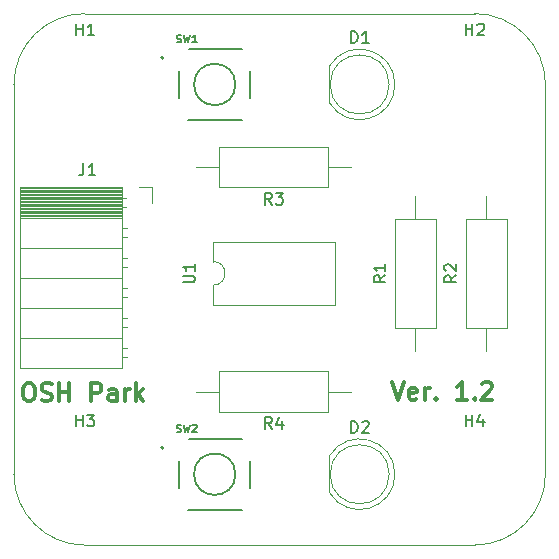
<source format=gbr>
%TF.GenerationSoftware,KiCad,Pcbnew,(6.0.6)*%
%TF.CreationDate,2023-02-06T16:25:43-08:00*%
%TF.ProjectId,PIC10F200 PCB,50494331-3046-4323-9030-205043422e6b,rev?*%
%TF.SameCoordinates,Original*%
%TF.FileFunction,Legend,Top*%
%TF.FilePolarity,Positive*%
%FSLAX46Y46*%
G04 Gerber Fmt 4.6, Leading zero omitted, Abs format (unit mm)*
G04 Created by KiCad (PCBNEW (6.0.6)) date 2023-02-06 16:25:43*
%MOMM*%
%LPD*%
G01*
G04 APERTURE LIST*
%ADD10C,0.300000*%
%TA.AperFunction,Profile*%
%ADD11C,0.100000*%
%TD*%
%ADD12C,0.150000*%
%ADD13C,0.127000*%
%ADD14C,0.200000*%
%ADD15C,0.120000*%
G04 APERTURE END LIST*
D10*
X142998571Y-103178571D02*
X143498571Y-104678571D01*
X143998571Y-103178571D01*
X145070000Y-104607142D02*
X144927142Y-104678571D01*
X144641428Y-104678571D01*
X144498571Y-104607142D01*
X144427142Y-104464285D01*
X144427142Y-103892857D01*
X144498571Y-103750000D01*
X144641428Y-103678571D01*
X144927142Y-103678571D01*
X145070000Y-103750000D01*
X145141428Y-103892857D01*
X145141428Y-104035714D01*
X144427142Y-104178571D01*
X145784285Y-104678571D02*
X145784285Y-103678571D01*
X145784285Y-103964285D02*
X145855714Y-103821428D01*
X145927142Y-103750000D01*
X146070000Y-103678571D01*
X146212857Y-103678571D01*
X146712857Y-104535714D02*
X146784285Y-104607142D01*
X146712857Y-104678571D01*
X146641428Y-104607142D01*
X146712857Y-104535714D01*
X146712857Y-104678571D01*
X149355714Y-104678571D02*
X148498571Y-104678571D01*
X148927142Y-104678571D02*
X148927142Y-103178571D01*
X148784285Y-103392857D01*
X148641428Y-103535714D01*
X148498571Y-103607142D01*
X149998571Y-104535714D02*
X150070000Y-104607142D01*
X149998571Y-104678571D01*
X149927142Y-104607142D01*
X149998571Y-104535714D01*
X149998571Y-104678571D01*
X150641428Y-103321428D02*
X150712857Y-103250000D01*
X150855714Y-103178571D01*
X151212857Y-103178571D01*
X151355714Y-103250000D01*
X151427142Y-103321428D01*
X151498571Y-103464285D01*
X151498571Y-103607142D01*
X151427142Y-103821428D01*
X150570000Y-104678571D01*
X151498571Y-104678571D01*
D11*
X111000000Y-111000000D02*
G75*
G03*
X117000000Y-117000000I6000000J0D01*
G01*
X156000000Y-78000000D02*
G75*
G03*
X150000000Y-72000000I-6000000J0D01*
G01*
X150000000Y-117000000D02*
X117000000Y-117000000D01*
X150000000Y-117000000D02*
G75*
G03*
X156000000Y-111000000I0J6000000D01*
G01*
X117000000Y-72000000D02*
G75*
G03*
X111000000Y-78000000I0J-6000000D01*
G01*
X117000000Y-72000000D02*
X150000000Y-72000000D01*
X111000000Y-111000000D02*
X111000000Y-78000000D01*
X156000000Y-78000000D02*
X156000000Y-111000000D01*
D10*
X112125714Y-103318571D02*
X112411428Y-103318571D01*
X112554285Y-103390000D01*
X112697142Y-103532857D01*
X112768571Y-103818571D01*
X112768571Y-104318571D01*
X112697142Y-104604285D01*
X112554285Y-104747142D01*
X112411428Y-104818571D01*
X112125714Y-104818571D01*
X111982857Y-104747142D01*
X111840000Y-104604285D01*
X111768571Y-104318571D01*
X111768571Y-103818571D01*
X111840000Y-103532857D01*
X111982857Y-103390000D01*
X112125714Y-103318571D01*
X113340000Y-104747142D02*
X113554285Y-104818571D01*
X113911428Y-104818571D01*
X114054285Y-104747142D01*
X114125714Y-104675714D01*
X114197142Y-104532857D01*
X114197142Y-104390000D01*
X114125714Y-104247142D01*
X114054285Y-104175714D01*
X113911428Y-104104285D01*
X113625714Y-104032857D01*
X113482857Y-103961428D01*
X113411428Y-103890000D01*
X113340000Y-103747142D01*
X113340000Y-103604285D01*
X113411428Y-103461428D01*
X113482857Y-103390000D01*
X113625714Y-103318571D01*
X113982857Y-103318571D01*
X114197142Y-103390000D01*
X114840000Y-104818571D02*
X114840000Y-103318571D01*
X114840000Y-104032857D02*
X115697142Y-104032857D01*
X115697142Y-104818571D02*
X115697142Y-103318571D01*
X117554285Y-104818571D02*
X117554285Y-103318571D01*
X118125714Y-103318571D01*
X118268571Y-103390000D01*
X118340000Y-103461428D01*
X118411428Y-103604285D01*
X118411428Y-103818571D01*
X118340000Y-103961428D01*
X118268571Y-104032857D01*
X118125714Y-104104285D01*
X117554285Y-104104285D01*
X119697142Y-104818571D02*
X119697142Y-104032857D01*
X119625714Y-103890000D01*
X119482857Y-103818571D01*
X119197142Y-103818571D01*
X119054285Y-103890000D01*
X119697142Y-104747142D02*
X119554285Y-104818571D01*
X119197142Y-104818571D01*
X119054285Y-104747142D01*
X118982857Y-104604285D01*
X118982857Y-104461428D01*
X119054285Y-104318571D01*
X119197142Y-104247142D01*
X119554285Y-104247142D01*
X119697142Y-104175714D01*
X120411428Y-104818571D02*
X120411428Y-103818571D01*
X120411428Y-104104285D02*
X120482857Y-103961428D01*
X120554285Y-103890000D01*
X120697142Y-103818571D01*
X120840000Y-103818571D01*
X121340000Y-104818571D02*
X121340000Y-103318571D01*
X121482857Y-104247142D02*
X121911428Y-104818571D01*
X121911428Y-103818571D02*
X121340000Y-104390000D01*
D12*
%TO.C,SW1*%
X124796442Y-74410862D02*
X124886534Y-74440892D01*
X125036687Y-74440892D01*
X125096748Y-74410862D01*
X125126779Y-74380831D01*
X125156810Y-74320770D01*
X125156810Y-74260709D01*
X125126779Y-74200647D01*
X125096748Y-74170617D01*
X125036687Y-74140586D01*
X124916565Y-74110556D01*
X124856503Y-74080525D01*
X124826473Y-74050494D01*
X124796442Y-73990433D01*
X124796442Y-73930372D01*
X124826473Y-73870311D01*
X124856503Y-73840280D01*
X124916565Y-73810249D01*
X125066718Y-73810249D01*
X125156810Y-73840280D01*
X125367024Y-73810249D02*
X125517177Y-74440892D01*
X125637300Y-73990433D01*
X125757422Y-74440892D01*
X125907575Y-73810249D01*
X126478157Y-74440892D02*
X126117789Y-74440892D01*
X126297973Y-74440892D02*
X126297973Y-73810249D01*
X126237912Y-73900341D01*
X126177851Y-73960402D01*
X126117789Y-73990433D01*
%TO.C,H3*%
X116238095Y-106952380D02*
X116238095Y-105952380D01*
X116238095Y-106428571D02*
X116809523Y-106428571D01*
X116809523Y-106952380D02*
X116809523Y-105952380D01*
X117190476Y-105952380D02*
X117809523Y-105952380D01*
X117476190Y-106333333D01*
X117619047Y-106333333D01*
X117714285Y-106380952D01*
X117761904Y-106428571D01*
X117809523Y-106523809D01*
X117809523Y-106761904D01*
X117761904Y-106857142D01*
X117714285Y-106904761D01*
X117619047Y-106952380D01*
X117333333Y-106952380D01*
X117238095Y-106904761D01*
X117190476Y-106857142D01*
%TO.C,SW2*%
X124796442Y-107410862D02*
X124886534Y-107440892D01*
X125036687Y-107440892D01*
X125096748Y-107410862D01*
X125126779Y-107380831D01*
X125156810Y-107320770D01*
X125156810Y-107260709D01*
X125126779Y-107200647D01*
X125096748Y-107170617D01*
X125036687Y-107140586D01*
X124916565Y-107110556D01*
X124856503Y-107080525D01*
X124826473Y-107050494D01*
X124796442Y-106990433D01*
X124796442Y-106930372D01*
X124826473Y-106870311D01*
X124856503Y-106840280D01*
X124916565Y-106810249D01*
X125066718Y-106810249D01*
X125156810Y-106840280D01*
X125367024Y-106810249D02*
X125517177Y-107440892D01*
X125637300Y-106990433D01*
X125757422Y-107440892D01*
X125907575Y-106810249D01*
X126117789Y-106870311D02*
X126147820Y-106840280D01*
X126207881Y-106810249D01*
X126358034Y-106810249D01*
X126418096Y-106840280D01*
X126448126Y-106870311D01*
X126478157Y-106930372D01*
X126478157Y-106990433D01*
X126448126Y-107080525D01*
X126087759Y-107440892D01*
X126478157Y-107440892D01*
%TO.C,U1*%
X125322380Y-94751904D02*
X126131904Y-94751904D01*
X126227142Y-94704285D01*
X126274761Y-94656666D01*
X126322380Y-94561428D01*
X126322380Y-94370952D01*
X126274761Y-94275714D01*
X126227142Y-94228095D01*
X126131904Y-94180476D01*
X125322380Y-94180476D01*
X126322380Y-93180476D02*
X126322380Y-93751904D01*
X126322380Y-93466190D02*
X125322380Y-93466190D01*
X125465238Y-93561428D01*
X125560476Y-93656666D01*
X125608095Y-93751904D01*
%TO.C,R1*%
X142452380Y-94166666D02*
X141976190Y-94500000D01*
X142452380Y-94738095D02*
X141452380Y-94738095D01*
X141452380Y-94357142D01*
X141500000Y-94261904D01*
X141547619Y-94214285D01*
X141642857Y-94166666D01*
X141785714Y-94166666D01*
X141880952Y-94214285D01*
X141928571Y-94261904D01*
X141976190Y-94357142D01*
X141976190Y-94738095D01*
X142452380Y-93214285D02*
X142452380Y-93785714D01*
X142452380Y-93500000D02*
X141452380Y-93500000D01*
X141595238Y-93595238D01*
X141690476Y-93690476D01*
X141738095Y-93785714D01*
%TO.C,R4*%
X132833333Y-107172380D02*
X132500000Y-106696190D01*
X132261904Y-107172380D02*
X132261904Y-106172380D01*
X132642857Y-106172380D01*
X132738095Y-106220000D01*
X132785714Y-106267619D01*
X132833333Y-106362857D01*
X132833333Y-106505714D01*
X132785714Y-106600952D01*
X132738095Y-106648571D01*
X132642857Y-106696190D01*
X132261904Y-106696190D01*
X133690476Y-106505714D02*
X133690476Y-107172380D01*
X133452380Y-106124761D02*
X133214285Y-106839047D01*
X133833333Y-106839047D01*
%TO.C,H1*%
X116238095Y-73852380D02*
X116238095Y-72852380D01*
X116238095Y-73328571D02*
X116809523Y-73328571D01*
X116809523Y-73852380D02*
X116809523Y-72852380D01*
X117809523Y-73852380D02*
X117238095Y-73852380D01*
X117523809Y-73852380D02*
X117523809Y-72852380D01*
X117428571Y-72995238D01*
X117333333Y-73090476D01*
X117238095Y-73138095D01*
%TO.C,R3*%
X132833333Y-88172380D02*
X132500000Y-87696190D01*
X132261904Y-88172380D02*
X132261904Y-87172380D01*
X132642857Y-87172380D01*
X132738095Y-87220000D01*
X132785714Y-87267619D01*
X132833333Y-87362857D01*
X132833333Y-87505714D01*
X132785714Y-87600952D01*
X132738095Y-87648571D01*
X132642857Y-87696190D01*
X132261904Y-87696190D01*
X133166666Y-87172380D02*
X133785714Y-87172380D01*
X133452380Y-87553333D01*
X133595238Y-87553333D01*
X133690476Y-87600952D01*
X133738095Y-87648571D01*
X133785714Y-87743809D01*
X133785714Y-87981904D01*
X133738095Y-88077142D01*
X133690476Y-88124761D01*
X133595238Y-88172380D01*
X133309523Y-88172380D01*
X133214285Y-88124761D01*
X133166666Y-88077142D01*
%TO.C,D1*%
X139531904Y-74492380D02*
X139531904Y-73492380D01*
X139770000Y-73492380D01*
X139912857Y-73540000D01*
X140008095Y-73635238D01*
X140055714Y-73730476D01*
X140103333Y-73920952D01*
X140103333Y-74063809D01*
X140055714Y-74254285D01*
X140008095Y-74349523D01*
X139912857Y-74444761D01*
X139770000Y-74492380D01*
X139531904Y-74492380D01*
X141055714Y-74492380D02*
X140484285Y-74492380D01*
X140770000Y-74492380D02*
X140770000Y-73492380D01*
X140674761Y-73635238D01*
X140579523Y-73730476D01*
X140484285Y-73778095D01*
%TO.C,J1*%
X116886666Y-84682380D02*
X116886666Y-85396666D01*
X116839047Y-85539523D01*
X116743809Y-85634761D01*
X116600952Y-85682380D01*
X116505714Y-85682380D01*
X117886666Y-85682380D02*
X117315238Y-85682380D01*
X117600952Y-85682380D02*
X117600952Y-84682380D01*
X117505714Y-84825238D01*
X117410476Y-84920476D01*
X117315238Y-84968095D01*
%TO.C,H4*%
X149238095Y-106952380D02*
X149238095Y-105952380D01*
X149238095Y-106428571D02*
X149809523Y-106428571D01*
X149809523Y-106952380D02*
X149809523Y-105952380D01*
X150714285Y-106285714D02*
X150714285Y-106952380D01*
X150476190Y-105904761D02*
X150238095Y-106619047D01*
X150857142Y-106619047D01*
%TO.C,H2*%
X149238095Y-73852380D02*
X149238095Y-72852380D01*
X149238095Y-73328571D02*
X149809523Y-73328571D01*
X149809523Y-73852380D02*
X149809523Y-72852380D01*
X150238095Y-72947619D02*
X150285714Y-72900000D01*
X150380952Y-72852380D01*
X150619047Y-72852380D01*
X150714285Y-72900000D01*
X150761904Y-72947619D01*
X150809523Y-73042857D01*
X150809523Y-73138095D01*
X150761904Y-73280952D01*
X150190476Y-73852380D01*
X150809523Y-73852380D01*
%TO.C,D2*%
X139531904Y-107492380D02*
X139531904Y-106492380D01*
X139770000Y-106492380D01*
X139912857Y-106540000D01*
X140008095Y-106635238D01*
X140055714Y-106730476D01*
X140103333Y-106920952D01*
X140103333Y-107063809D01*
X140055714Y-107254285D01*
X140008095Y-107349523D01*
X139912857Y-107444761D01*
X139770000Y-107492380D01*
X139531904Y-107492380D01*
X140484285Y-106587619D02*
X140531904Y-106540000D01*
X140627142Y-106492380D01*
X140865238Y-106492380D01*
X140960476Y-106540000D01*
X141008095Y-106587619D01*
X141055714Y-106682857D01*
X141055714Y-106778095D01*
X141008095Y-106920952D01*
X140436666Y-107492380D01*
X141055714Y-107492380D01*
%TO.C,R2*%
X148452380Y-94166666D02*
X147976190Y-94500000D01*
X148452380Y-94738095D02*
X147452380Y-94738095D01*
X147452380Y-94357142D01*
X147500000Y-94261904D01*
X147547619Y-94214285D01*
X147642857Y-94166666D01*
X147785714Y-94166666D01*
X147880952Y-94214285D01*
X147928571Y-94261904D01*
X147976190Y-94357142D01*
X147976190Y-94738095D01*
X147547619Y-93785714D02*
X147500000Y-93738095D01*
X147452380Y-93642857D01*
X147452380Y-93404761D01*
X147500000Y-93309523D01*
X147547619Y-93261904D01*
X147642857Y-93214285D01*
X147738095Y-93214285D01*
X147880952Y-93261904D01*
X148452380Y-93833333D01*
X148452380Y-93214285D01*
D13*
%TO.C,SW1*%
X130300000Y-80995000D02*
X125700000Y-80995000D01*
X131000000Y-76850000D02*
X131000000Y-79150000D01*
X125800000Y-75005000D02*
X130300000Y-75005000D01*
X125005000Y-76850000D02*
X125005000Y-79150000D01*
X129755000Y-78000000D02*
G75*
G03*
X129755000Y-78000000I-1755000J0D01*
G01*
D14*
X123655000Y-75750000D02*
G75*
G03*
X123655000Y-75750000I-100000J0D01*
G01*
D13*
%TO.C,SW2*%
X125800000Y-108005000D02*
X130300000Y-108005000D01*
X125005000Y-109850000D02*
X125005000Y-112150000D01*
X130300000Y-113995000D02*
X125700000Y-113995000D01*
X131000000Y-109850000D02*
X131000000Y-112150000D01*
D14*
X123655000Y-108750000D02*
G75*
G03*
X123655000Y-108750000I-100000J0D01*
G01*
D13*
X129755000Y-111000000D02*
G75*
G03*
X129755000Y-111000000I-1755000J0D01*
G01*
D15*
%TO.C,U1*%
X127870000Y-91340000D02*
X127870000Y-92990000D01*
X127870000Y-94990000D02*
X127870000Y-96640000D01*
X127870000Y-96640000D02*
X138150000Y-96640000D01*
X138150000Y-96640000D02*
X138150000Y-91340000D01*
X138150000Y-91340000D02*
X127870000Y-91340000D01*
X127870000Y-94990000D02*
G75*
G03*
X127870000Y-92990000I0J1000000D01*
G01*
%TO.C,R1*%
X146720000Y-98620000D02*
X146720000Y-89380000D01*
X146720000Y-89380000D02*
X143280000Y-89380000D01*
X145000000Y-100580000D02*
X145000000Y-98620000D01*
X145000000Y-87420000D02*
X145000000Y-89380000D01*
X143280000Y-98620000D02*
X146720000Y-98620000D01*
X143280000Y-89380000D02*
X143280000Y-98620000D01*
%TO.C,R4*%
X137620000Y-102280000D02*
X128380000Y-102280000D01*
X128380000Y-102280000D02*
X128380000Y-105720000D01*
X128380000Y-105720000D02*
X137620000Y-105720000D01*
X139580000Y-104000000D02*
X137620000Y-104000000D01*
X137620000Y-105720000D02*
X137620000Y-102280000D01*
X126420000Y-104000000D02*
X128380000Y-104000000D01*
%TO.C,R3*%
X139580000Y-85000000D02*
X137620000Y-85000000D01*
X126420000Y-85000000D02*
X128380000Y-85000000D01*
X128380000Y-83280000D02*
X128380000Y-86720000D01*
X137620000Y-86720000D02*
X137620000Y-83280000D01*
X137620000Y-83280000D02*
X128380000Y-83280000D01*
X128380000Y-86720000D02*
X137620000Y-86720000D01*
%TO.C,D1*%
X137710000Y-76455000D02*
X137710000Y-79545000D01*
X143260000Y-78000462D02*
G75*
G03*
X137710000Y-76455170I-2990000J462D01*
G01*
X137710000Y-79544830D02*
G75*
G03*
X143260000Y-77999538I2560000J1544830D01*
G01*
X142770000Y-78000000D02*
G75*
G03*
X142770000Y-78000000I-2500000J0D01*
G01*
%TO.C,J1*%
X111510000Y-94350000D02*
X120140000Y-94350000D01*
X111510000Y-87380475D02*
X120140000Y-87380475D01*
X120140000Y-87640000D02*
X120490000Y-87640000D01*
X111510000Y-87970950D02*
X120140000Y-87970950D01*
X120140000Y-101060000D02*
X120550000Y-101060000D01*
X111510000Y-87144285D02*
X120140000Y-87144285D01*
X111510000Y-88915710D02*
X120140000Y-88915710D01*
X120140000Y-98520000D02*
X120550000Y-98520000D01*
X120140000Y-95980000D02*
X120550000Y-95980000D01*
X111510000Y-102030000D02*
X120140000Y-102030000D01*
X111510000Y-88207140D02*
X120140000Y-88207140D01*
X120140000Y-100340000D02*
X120550000Y-100340000D01*
X121600000Y-86670000D02*
X122710000Y-86670000D01*
X111510000Y-91810000D02*
X120140000Y-91810000D01*
X111510000Y-86670000D02*
X111510000Y-102030000D01*
X120140000Y-90900000D02*
X120550000Y-90900000D01*
X120140000Y-95260000D02*
X120550000Y-95260000D01*
X111510000Y-89151900D02*
X120140000Y-89151900D01*
X111510000Y-89033805D02*
X120140000Y-89033805D01*
X111510000Y-89270000D02*
X120140000Y-89270000D01*
X111510000Y-87026190D02*
X120140000Y-87026190D01*
X111510000Y-87734760D02*
X120140000Y-87734760D01*
X122710000Y-86670000D02*
X122710000Y-88000000D01*
X120140000Y-92720000D02*
X120550000Y-92720000D01*
X111510000Y-88561425D02*
X120140000Y-88561425D01*
X111510000Y-86908095D02*
X120140000Y-86908095D01*
X111510000Y-87616665D02*
X120140000Y-87616665D01*
X111510000Y-88679520D02*
X120140000Y-88679520D01*
X111510000Y-87262380D02*
X120140000Y-87262380D01*
X111510000Y-99430000D02*
X120140000Y-99430000D01*
X120140000Y-90180000D02*
X120550000Y-90180000D01*
X120140000Y-88360000D02*
X120490000Y-88360000D01*
X111510000Y-87498570D02*
X120140000Y-87498570D01*
X120140000Y-97800000D02*
X120550000Y-97800000D01*
X111510000Y-86670000D02*
X120140000Y-86670000D01*
X111510000Y-87852855D02*
X120140000Y-87852855D01*
X111510000Y-88443330D02*
X120140000Y-88443330D01*
X111510000Y-88325235D02*
X120140000Y-88325235D01*
X120140000Y-93440000D02*
X120550000Y-93440000D01*
X111510000Y-96890000D02*
X120140000Y-96890000D01*
X120140000Y-86670000D02*
X120140000Y-102030000D01*
X111510000Y-88089045D02*
X120140000Y-88089045D01*
X111510000Y-88797615D02*
X120140000Y-88797615D01*
X111510000Y-86790000D02*
X120140000Y-86790000D01*
%TO.C,D2*%
X137710000Y-109455000D02*
X137710000Y-112545000D01*
X143260000Y-111000462D02*
G75*
G03*
X137710000Y-109455170I-2990000J462D01*
G01*
X137710000Y-112544830D02*
G75*
G03*
X143260000Y-110999538I2560000J1544830D01*
G01*
X142770000Y-111000000D02*
G75*
G03*
X142770000Y-111000000I-2500000J0D01*
G01*
%TO.C,R2*%
X152720000Y-89380000D02*
X149280000Y-89380000D01*
X149280000Y-98620000D02*
X152720000Y-98620000D01*
X152720000Y-98620000D02*
X152720000Y-89380000D01*
X149280000Y-89380000D02*
X149280000Y-98620000D01*
X151000000Y-100580000D02*
X151000000Y-98620000D01*
X151000000Y-87420000D02*
X151000000Y-89380000D01*
%TD*%
M02*

</source>
